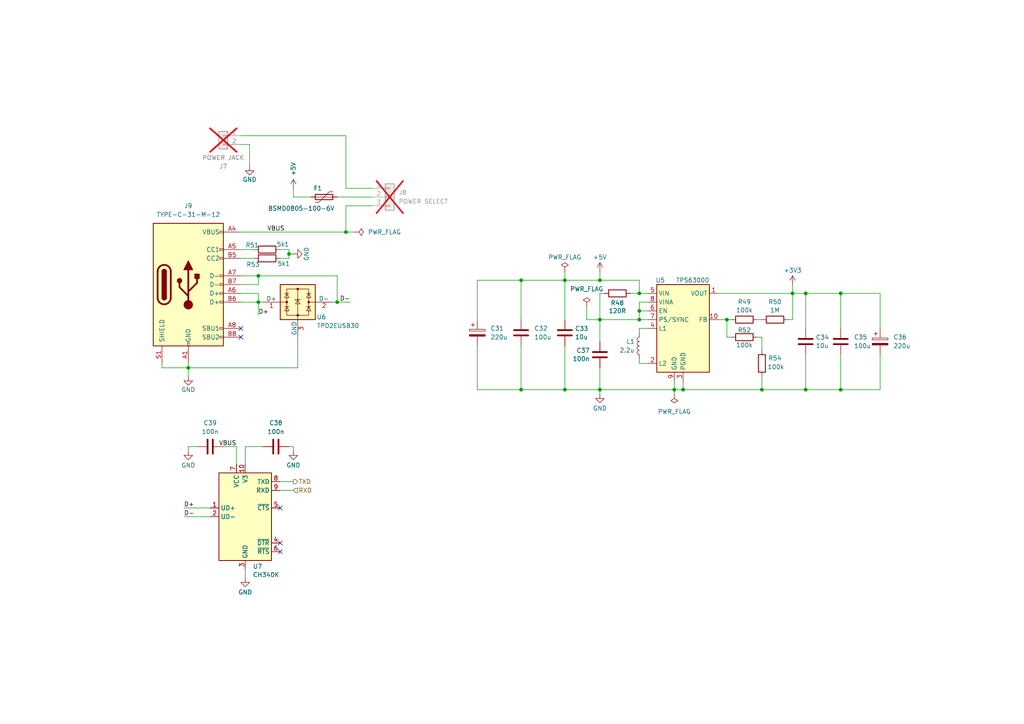
<source format=kicad_sch>
(kicad_sch (version 20250114) (generator "eeschema") (generator_version "9.0")
  (paper "A4")
  (title_block (title "NPR – Power") (date "2025-06-13") (rev "B") (company "µArt.cz") (comment 1 "Vlastimil Slinták (OK5VAS)"))
  (lib_symbols
    (symbol "Connector:USB_C_Receptacle_USB2.0_16P" (pin_names (offset 1.016))
      (property "Reference" "J" (at 0 22.225 0))
      (property "Value" "USB_C_Receptacle_USB2.0_16P" (at 0 19.685 0))
      (symbol "USB_C_Receptacle_USB2.0_16P_0_0"
        (rectangle (start -0.254 -17.78) (end 0.254 -16.764))
        (rectangle (start 10.16 15.494) (end 9.144 14.986))
        (rectangle (start 10.16 10.414) (end 9.144 9.906))
        (rectangle (start 10.16 7.874) (end 9.144 7.366))
        (rectangle (start 10.16 2.794) (end 9.144 2.286))
        (rectangle (start 10.16 0.254) (end 9.144 -0.254))
        (rectangle (start 10.16 -2.286) (end 9.144 -2.794))
        (rectangle (start 10.16 -4.826) (end 9.144 -5.334))
        (rectangle (start 10.16 -12.446) (end 9.144 -12.954))
        (rectangle (start 10.16 -14.986) (end 9.144 -15.494))
      )
      (symbol "USB_C_Receptacle_USB2.0_16P_0_1"
        (rectangle (start -10.16 17.78) (end 10.16 -17.78) (stroke (width 0.254)) (fill (type background)))
        (polyline (pts (xy -8.89 -3.81) (xy -8.89 3.81)) (stroke (width 0.508)))
        (rectangle (start -7.62 -3.81) (end -6.35 3.81) (stroke (width 0.254)) (fill (type outline)))
        (arc (start -7.62 3.81) (mid -6.985 4.4423) (end -6.35 3.81) (stroke (width 0.254)))
        (arc (start -7.62 3.81) (mid -6.985 4.4423) (end -6.35 3.81) (stroke (width 0.254)) (fill (type outline)))
        (arc (start -8.89 3.81) (mid -6.985 5.7067) (end -5.08 3.81) (stroke (width 0.508)))
        (arc (start -5.08 -3.81) (mid -6.985 -5.7067) (end -8.89 -3.81) (stroke (width 0.508)))
        (arc (start -6.35 -3.81) (mid -6.985 -4.4423) (end -7.62 -3.81) (stroke (width 0.254)))
        (arc (start -6.35 -3.81) (mid -6.985 -4.4423) (end -7.62 -3.81) (stroke (width 0.254)) (fill (type outline)))
        (polyline (pts (xy -5.08 3.81) (xy -5.08 -3.81)) (stroke (width 0.508)))
        (circle (center -2.54 1.143) (radius 0.635) (stroke (width 0.254)) (fill (type outline)))
        (polyline (pts (xy -1.27 4.318) (xy 0 6.858) (xy 1.27 4.318) (xy -1.27 4.318)) (stroke (width 0.254)) (fill (type outline)))
        (polyline (pts (xy 0 -2.032) (xy 2.54 0.508) (xy 2.54 1.778)) (stroke (width 0.508)))
        (polyline (pts (xy 0 -3.302) (xy -2.54 -0.762) (xy -2.54 0.508)) (stroke (width 0.508)))
        (polyline (pts (xy 0 -5.842) (xy 0 4.318)) (stroke (width 0.508)))
        (circle (center 0 -5.842) (radius 1.27) (fill (type outline)))
        (rectangle (start 1.905 1.778) (end 3.175 3.048) (stroke (width 0.254)) (fill (type outline)))
      )
      (symbol "USB_C_Receptacle_USB2.0_16P_1_1"
        (pin passive line (at -7.62 -22.86 90) (length 5.08) (name "SHIELD") (number "S1"))
        (pin passive line (at 0 -22.86 90) (length 5.08) (name "GND") (number "A1"))
        (pin passive line (at 0 -22.86 90) (length 5.08) (hide yes) (name "GND") (number "A12"))
        (pin passive line (at 0 -22.86 90) (length 5.08) (hide yes) (name "GND") (number "B1"))
        (pin passive line (at 0 -22.86 90) (length 5.08) (hide yes) (name "GND") (number "B12"))
        (pin passive line (at 15.24 15.24 180) (length 5.08) (name "VBUS") (number "A4"))
        (pin passive line (at 15.24 15.24 180) (length 5.08) (hide yes) (name "VBUS") (number "A9"))
        (pin passive line (at 15.24 15.24 180) (length 5.08) (hide yes) (name "VBUS") (number "B4"))
        (pin passive line (at 15.24 15.24 180) (length 5.08) (hide yes) (name "VBUS") (number "B9"))
        (pin bidirectional line (at 15.24 10.16 180) (length 5.08) (name "CC1") (number "A5"))
        (pin bidirectional line (at 15.24 7.62 180) (length 5.08) (name "CC2") (number "B5"))
        (pin bidirectional line (at 15.24 2.54 180) (length 5.08) (name "D-") (number "A7"))
        (pin bidirectional line (at 15.24 0 180) (length 5.08) (name "D-") (number "B7"))
        (pin bidirectional line (at 15.24 -2.54 180) (length 5.08) (name "D+") (number "A6"))
        (pin bidirectional line (at 15.24 -5.08 180) (length 5.08) (name "D+") (number "B6"))
        (pin bidirectional line (at 15.24 -12.7 180) (length 5.08) (name "SBU1") (number "A8"))
        (pin bidirectional line (at 15.24 -15.24 180) (length 5.08) (name "SBU2") (number "B8"))
      )
    )
    (symbol "Connector_Generic:Conn_01x02" (pin_names (offset 1.016) (hide yes))
      (property "Reference" "J" (at 0 2.54 0))
      (property "Value" "Conn_01x02" (at 0 -5.08 0))
      (symbol "Conn_01x02_1_1"
        (rectangle (start -1.27 1.27) (end 1.27 -3.81) (stroke (width 0.254)) (fill (type background)))
        (rectangle (start -1.27 0.127) (end 0 -0.127) (stroke (width 0.1524)))
        (rectangle (start -1.27 -2.413) (end 0 -2.667) (stroke (width 0.1524)))
        (pin passive line (at -5.08 0 0) (length 3.81) (name "Pin_1") (number "1"))
        (pin passive line (at -5.08 -2.54 0) (length 3.81) (name "Pin_2") (number "2"))
      )
    )
    (symbol "Connector_Generic:Conn_01x03" (pin_names (offset 1.016) (hide yes))
      (property "Reference" "J" (at 0 5.08 0))
      (property "Value" "Conn_01x03" (at 0 -5.08 0))
      (symbol "Conn_01x03_1_1"
        (rectangle (start -1.27 3.81) (end 1.27 -3.81) (stroke (width 0.254)) (fill (type background)))
        (rectangle (start -1.27 2.667) (end 0 2.413) (stroke (width 0.1524)))
        (rectangle (start -1.27 0.127) (end 0 -0.127) (stroke (width 0.1524)))
        (rectangle (start -1.27 -2.413) (end 0 -2.667) (stroke (width 0.1524)))
        (pin passive line (at -5.08 2.54 0) (length 3.81) (name "Pin_1") (number "1"))
        (pin passive line (at -5.08 0 0) (length 3.81) (name "Pin_2") (number "2"))
        (pin passive line (at -5.08 -2.54 0) (length 3.81) (name "Pin_3") (number "3"))
      )
    )
    (symbol "Device:C" (pin_numbers (hide yes)) (pin_names (offset 0.254))
      (property "Reference" "C" (at 0.635 2.54 0))
      (property "Value" "C" (at 0.635 -2.54 0))
      (symbol "C_0_1"
        (polyline (pts (xy -2.032 0.762) (xy 2.032 0.762)) (stroke (width 0.508)))
        (polyline (pts (xy -2.032 -0.762) (xy 2.032 -0.762)) (stroke (width 0.508)))
      )
      (symbol "C_1_1"
        (pin passive line (at 0 3.81 270) (length 2.794) (name "~") (number "1"))
        (pin passive line (at 0 -3.81 90) (length 2.794) (name "~") (number "2"))
      )
    )
    (symbol "Device:C_Polarized" (pin_numbers (hide yes)) (pin_names (offset 0.254))
      (property "Reference" "C" (at 0.635 2.54 0))
      (property "Value" "C_Polarized" (at 0.635 -2.54 0))
      (symbol "C_Polarized_0_1"
        (rectangle (start -2.286 0.508) (end 2.286 1.016))
        (polyline (pts (xy -1.778 2.286) (xy -0.762 2.286)))
        (polyline (pts (xy -1.27 2.794) (xy -1.27 1.778)))
        (rectangle (start 2.286 -0.508) (end -2.286 -1.016) (fill (type outline)))
      )
      (symbol "C_Polarized_1_1"
        (pin passive line (at 0 3.81 270) (length 2.794) (name "~") (number "1"))
        (pin passive line (at 0 -3.81 90) (length 2.794) (name "~") (number "2"))
      )
    )
    (symbol "Device:L" (pin_numbers (hide yes)) (pin_names (offset 1.016) (hide yes))
      (property "Reference" "L" (at -1.27 0 90))
      (property "Value" "L" (at 1.905 0 90))
      (symbol "L_0_1"
        (arc (start 0 2.54) (mid 0.6323 1.905) (end 0 1.27))
        (arc (start 0 1.27) (mid 0.6323 0.635) (end 0 0))
        (arc (start 0 0) (mid 0.6323 -0.635) (end 0 -1.27))
        (arc (start 0 -1.27) (mid 0.6323 -1.905) (end 0 -2.54))
      )
      (symbol "L_1_1"
        (pin passive line (at 0 3.81 270) (length 1.27) (name "1") (number "1"))
        (pin passive line (at 0 -3.81 90) (length 1.27) (name "2") (number "2"))
      )
    )
    (symbol "Device:Polyfuse" (pin_numbers (hide yes)) (pin_names (offset 0))
      (property "Reference" "F" (at -2.54 0 90))
      (property "Value" "Polyfuse" (at 2.54 0 90))
      (symbol "Polyfuse_0_1"
        (polyline (pts (xy -1.524 2.54) (xy -1.524 1.524) (xy 1.524 -1.524) (xy 1.524 -2.54)))
        (rectangle (start -0.762 2.54) (end 0.762 -2.54) (stroke (width 0.254)))
        (polyline (pts (xy 0 2.54) (xy 0 -2.54)))
      )
      (symbol "Polyfuse_1_1"
        (pin passive line (at 0 3.81 270) (length 1.27) (name "~") (number "1"))
        (pin passive line (at 0 -3.81 90) (length 1.27) (name "~") (number "2"))
      )
    )
    (symbol "Device:R" (pin_numbers (hide yes)) (pin_names (offset 0))
      (property "Reference" "R" (at 2.032 0 90))
      (property "Value" "R" (at 0 0 90))
      (symbol "R_0_1"
        (rectangle (start -1.016 -2.54) (end 1.016 2.54) (stroke (width 0.254)))
      )
      (symbol "R_1_1"
        (pin passive line (at 0 3.81 270) (length 1.27) (name "~") (number "1"))
        (pin passive line (at 0 -3.81 90) (length 1.27) (name "~") (number "2"))
      )
    )
    (symbol "Interface_USB:CH340K"
      (property "Reference" "U" (at -6.858 13.97 0))
      (property "Value" "CH340K" (at 1.27 13.97 0))
      (symbol "CH340K_0_1"
        (rectangle (start -7.62 12.7) (end 7.62 -12.7) (stroke (width 0.254)) (fill (type background)))
      )
      (symbol "CH340K_1_0"
        (pin passive line (at 0 -15.24 90) (length 2.54) (hide yes) (name "GND") (number "11"))
      )
      (symbol "CH340K_1_1"
        (pin bidirectional line (at -10.16 2.54 0) (length 2.54) (name "UD+") (number "1"))
        (pin bidirectional line (at -10.16 0 0) (length 2.54) (name "UD-") (number "2"))
        (pin power_in line (at -2.54 15.24 270) (length 2.54) (name "VCC") (number "7"))
        (pin passive line (at 0 15.24 270) (length 2.54) (name "V3") (number "10"))
        (pin power_in line (at 0 -15.24 90) (length 2.54) (name "GND") (number "3"))
        (pin output line (at 10.16 10.16 180) (length 2.54) (name "TXD") (number "8"))
        (pin input line (at 10.16 7.62 180) (length 2.54) (name "RXD") (number "9"))
        (pin input line (at 10.16 2.54 180) (length 2.54) (name "~{CTS}") (number "5"))
        (pin output line (at 10.16 -7.62 180) (length 2.54) (name "~{DTR}") (number "4"))
        (pin output line (at 10.16 -10.16 180) (length 2.54) (name "~{RTS}") (number "6"))
      )
    )
    (symbol "Power_Protection:TPD2EUSB30" (pin_names (offset 0))
      (property "Reference" "U" (at 0 6.35 0))
      (property "Value" "TPD2EUSB30" (at 7.62 -7.62 0))
      (symbol "TPD2EUSB30_0_1"
        (rectangle (start -5.08 5.08) (end 5.08 -5.08) (stroke (width 0.254)) (fill (type background)))
        (polyline (pts (xy -5.08 0) (xy -3.175 0)))
        (polyline (pts (xy -3.81 2.54) (xy -2.54 2.54)))
        (polyline (pts (xy -3.81 -1.27) (xy -2.54 -1.27)))
        (rectangle (start -3.175 3.81) (end 3.175 -3.81))
        (circle (center -3.175 0) (radius 0.2794) (fill (type outline)))
        (polyline (pts (xy -2.54 1.27) (xy -3.81 1.27) (xy -3.175 2.54) (xy -2.54 1.27)))
        (polyline (pts (xy -2.54 -2.54) (xy -3.81 -2.54) (xy -3.175 -1.27) (xy -2.54 -2.54)))
        (circle (center 0 3.81) (radius 0.2794) (fill (type outline)))
        (polyline (pts (xy 0 3.81) (xy 0 -5.08)))
        (circle (center 0 -3.81) (radius 0.2794) (fill (type outline)))
        (polyline (pts (xy 0.635 -0.508) (xy -0.635 -0.508) (xy 0 0.762) (xy 0.635 -0.508)))
        (polyline (pts (xy 0.762 0.762) (xy -0.762 0.762) (xy -0.762 0.508)))
        (polyline (pts (xy 2.54 2.54) (xy 3.81 2.54)))
        (polyline (pts (xy 2.54 -1.27) (xy 3.81 -1.27)))
        (circle (center 3.175 0) (radius 0.2794) (fill (type outline)))
        (polyline (pts (xy 3.81 1.27) (xy 2.54 1.27) (xy 3.175 2.54) (xy 3.81 1.27)))
        (polyline (pts (xy 3.81 -2.54) (xy 2.54 -2.54) (xy 3.175 -1.27) (xy 3.81 -2.54)))
        (polyline (pts (xy 5.08 0) (xy 3.175 0)))
      )
      (symbol "TPD2EUSB30_1_1"
        (pin passive line (at -10.16 0 0) (length 5.08) (name "D+") (number "1"))
        (pin passive line (at 0 -10.16 90) (length 5.08) (name "GND") (number "3"))
        (pin passive line (at 10.16 0 180) (length 5.08) (name "D-") (number "2"))
      )
    )
    (symbol "Regulator_Switching:TPS63000"
      (property "Reference" "U" (at -7.62 13.97 0))
      (property "Value" "TPS63000" (at 5.08 13.97 0))
      (symbol "TPS63000_0_1"
        (rectangle (start -7.62 12.7) (end 7.62 -12.7) (stroke (width 0.254)) (fill (type background)))
      )
      (symbol "TPS63000_1_1"
        (pin power_in line (at -10.16 10.16 0) (length 2.54) (name "VIN") (number "5"))
        (pin power_in line (at -10.16 7.62 0) (length 2.54) (name "VINA") (number "8"))
        (pin input line (at -10.16 5.08 0) (length 2.54) (name "EN") (number "6"))
        (pin input line (at -10.16 2.54 0) (length 2.54) (name "PS/SYNC") (number "7"))
        (pin input line (at -10.16 0 0) (length 2.54) (name "L1") (number "4"))
        (pin input line (at -10.16 -10.16 0) (length 2.54) (name "L2") (number "2"))
        (pin power_in line (at -2.54 -15.24 90) (length 2.54) (name "GND") (number "9"))
        (pin passive line (at 0 -15.24 90) (length 2.54) (hide yes) (name "PGND") (number "11"))
        (pin power_in line (at 0 -15.24 90) (length 2.54) (name "PGND") (number "3"))
        (pin power_out line (at 10.16 10.16 180) (length 2.54) (name "VOUT") (number "1"))
        (pin input line (at 10.16 2.54 180) (length 2.54) (name "FB") (number "10"))
      )
    )
    (symbol "power:+3V3" (power) (pin_numbers (hide yes)) (pin_names (offset 0) (hide yes))
      (property "Value" "+3V3" (at 0 3.556 0))
      (symbol "+3V3_0_1"
        (polyline (pts (xy -0.762 1.27) (xy 0 2.54)))
        (polyline (pts (xy 0 2.54) (xy 0.762 1.27)))
        (polyline (pts (xy 0 0) (xy 0 2.54)))
      )
      (symbol "+3V3_1_1"
        (pin power_in line (at 0 0 90) (length 0) (name "~") (number "1"))
      )
    )
    (symbol "power:+5V" (power) (pin_numbers (hide yes)) (pin_names (offset 0) (hide yes))
      (property "Value" "+5V" (at 0 3.556 0))
      (symbol "+5V_0_1"
        (polyline (pts (xy -0.762 1.27) (xy 0 2.54)))
        (polyline (pts (xy 0 2.54) (xy 0.762 1.27)))
        (polyline (pts (xy 0 0) (xy 0 2.54)))
      )
      (symbol "+5V_1_1"
        (pin power_in line (at 0 0 90) (length 0) (name "~") (number "1"))
      )
    )
    (symbol "power:GND" (power) (pin_numbers (hide yes)) (pin_names (offset 0) (hide yes))
      (property "Value" "GND" (at 0 -3.81 0))
      (symbol "GND_0_1"
        (polyline (pts (xy 0 0) (xy 0 -1.27) (xy 1.27 -1.27) (xy 0 -2.54) (xy -1.27 -1.27) (xy 0 -1.27)))
      )
      (symbol "GND_1_1"
        (pin power_in line (at 0 0 270) (length 0) (name "~") (number "1"))
      )
    )
    (symbol "power:PWR_FLAG" (power) (pin_numbers (hide yes)) (pin_names (offset 0) (hide yes))
      (property "Value" "PWR_FLAG" (at 0 3.81 0))
      (symbol "PWR_FLAG_0_0"
        (pin power_out line (at 0 0 90) (length 0) (name "~") (number "1"))
      )
      (symbol "PWR_FLAG_0_1"
        (polyline (pts (xy 0 0) (xy 0 1.27) (xy -1.016 1.905) (xy 0 2.54) (xy 1.016 1.905) (xy 0 1.27)))
      )
    )
  )
  (junction (at 185.42 85.09))
  (junction (at 198.12 113.03))
  (junction (at 229.87 85.09))
  (junction (at 233.68 85.09))
  (junction (at 220.98 113.03))
  (junction (at 173.99 81.28))
  (junction (at 151.13 113.03))
  (junction (at 233.68 113.03))
  (junction (at 74.93 87.63))
  (junction (at 97.79 87.63))
  (junction (at 185.42 92.71))
  (junction (at 163.83 113.03))
  (junction (at 173.99 113.03))
  (junction (at 243.84 113.03))
  (junction (at 173.99 92.71))
  (junction (at 74.93 80.01))
  (junction (at 83.82 73.66))
  (junction (at 195.58 113.03))
  (junction (at 163.83 81.28))
  (junction (at 151.13 81.28))
  (junction (at 54.61 106.68))
  (junction (at 210.82 92.71))
  (junction (at 100.33 67.31))
  (junction (at 185.42 90.17))
  (junction (at 243.84 85.09))
  (no_connect (at 69.85 97.79))
  (no_connect (at 81.28 160.02))
  (no_connect (at 81.28 147.32))
  (no_connect (at 81.28 157.48))
  (no_connect (at 69.85 95.25))
  (wire (pts (xy 208.28 85.09) (xy 229.87 85.09)))
  (wire (pts (xy 173.99 92.71) (xy 173.99 99.06)))
  (wire (pts (xy 76.2 129.54) (xy 71.12 129.54)))
  (wire (pts (xy 185.42 85.09) (xy 187.96 85.09)))
  (wire (pts (xy 74.93 82.55) (xy 69.85 82.55)))
  (wire (pts (xy 182.88 85.09) (xy 185.42 85.09)))
  (wire (pts (xy 71.12 129.54) (xy 71.12 134.62)))
  (wire (pts (xy 69.85 74.93) (xy 73.66 74.93)))
  (wire (pts (xy 195.58 110.49) (xy 195.58 113.03)))
  (wire (pts (xy 173.99 113.03) (xy 173.99 114.3)))
  (wire (pts (xy 68.58 129.54) (xy 68.58 134.62)))
  (wire (pts (xy 187.96 87.63) (xy 185.42 87.63)))
  (wire (pts (xy 69.85 41.91) (xy 72.39 41.91)))
  (wire (pts (xy 185.42 81.28) (xy 185.42 85.09)))
  (wire (pts (xy 81.28 139.7) (xy 85.09 139.7)))
  (wire (pts (xy 243.84 102.87) (xy 243.84 113.03)))
  (wire (pts (xy 243.84 85.09) (xy 255.27 85.09)))
  (wire (pts (xy 83.82 129.54) (xy 85.09 129.54)))
  (wire (pts (xy 220.98 109.22) (xy 220.98 113.03)))
  (wire (pts (xy 83.82 74.93) (xy 83.82 73.66)))
  (wire (pts (xy 72.39 41.91) (xy 72.39 48.26)))
  (wire (pts (xy 233.68 85.09) (xy 233.68 95.25)))
  (wire (pts (xy 54.61 106.68) (xy 54.61 105.41)))
  (wire (pts (xy 233.68 113.03) (xy 243.84 113.03)))
  (wire (pts (xy 173.99 85.09) (xy 173.99 92.71)))
  (wire (pts (xy 74.93 80.01) (xy 74.93 82.55)))
  (wire (pts (xy 173.99 78.74) (xy 173.99 81.28)))
  (wire (pts (xy 185.42 90.17) (xy 187.96 90.17)))
  (wire (pts (xy 173.99 106.68) (xy 173.99 113.03)))
  (wire (pts (xy 138.43 113.03) (xy 151.13 113.03)))
  (wire (pts (xy 138.43 81.28) (xy 151.13 81.28)))
  (wire (pts (xy 97.79 87.63) (xy 101.6 87.63)))
  (wire (pts (xy 100.33 54.61) (xy 107.95 54.61)))
  (wire (pts (xy 219.71 97.79) (xy 220.98 97.79)))
  (wire (pts (xy 85.09 57.15) (xy 90.17 57.15)))
  (wire (pts (xy 185.42 92.71) (xy 187.96 92.71)))
  (wire (pts (xy 97.79 80.01) (xy 97.79 87.63)))
  (wire (pts (xy 69.85 67.31) (xy 100.33 67.31)))
  (wire (pts (xy 173.99 113.03) (xy 163.83 113.03)))
  (wire (pts (xy 53.34 147.32) (xy 60.96 147.32)))
  (wire (pts (xy 173.99 92.71) (xy 185.42 92.71)))
  (wire (pts (xy 229.87 82.55) (xy 229.87 85.09)))
  (wire (pts (xy 100.33 67.31) (xy 102.87 67.31)))
  (wire (pts (xy 46.99 105.41) (xy 46.99 106.68)))
  (wire (pts (xy 229.87 85.09) (xy 229.87 92.71)))
  (wire (pts (xy 195.58 113.03) (xy 195.58 114.3)))
  (wire (pts (xy 228.6 92.71) (xy 229.87 92.71)))
  (wire (pts (xy 210.82 92.71) (xy 212.09 92.71)))
  (wire (pts (xy 54.61 129.54) (xy 54.61 130.81)))
  (wire (pts (xy 210.82 92.71) (xy 210.82 97.79)))
  (wire (pts (xy 100.33 59.69) (xy 100.33 67.31)))
  (wire (pts (xy 243.84 113.03) (xy 255.27 113.03)))
  (wire (pts (xy 83.82 72.39) (xy 83.82 73.66)))
  (wire (pts (xy 138.43 100.33) (xy 138.43 113.03)))
  (wire (pts (xy 195.58 113.03) (xy 173.99 113.03)))
  (wire (pts (xy 220.98 113.03) (xy 233.68 113.03)))
  (wire (pts (xy 185.42 90.17) (xy 185.42 92.71)))
  (wire (pts (xy 255.27 102.87) (xy 255.27 113.03)))
  (wire (pts (xy 151.13 113.03) (xy 163.83 113.03)))
  (wire (pts (xy 151.13 81.28) (xy 163.83 81.28)))
  (wire (pts (xy 57.15 129.54) (xy 54.61 129.54)))
  (wire (pts (xy 187.96 95.25) (xy 185.42 95.25)))
  (wire (pts (xy 163.83 81.28) (xy 173.99 81.28)))
  (wire (pts (xy 54.61 106.68) (xy 86.36 106.68)))
  (wire (pts (xy 69.85 85.09) (xy 74.93 85.09)))
  (wire (pts (xy 81.28 142.24) (xy 85.09 142.24)))
  (wire (pts (xy 85.09 129.54) (xy 85.09 130.81)))
  (wire (pts (xy 86.36 106.68) (xy 86.36 97.79)))
  (wire (pts (xy 97.79 57.15) (xy 107.95 57.15)))
  (wire (pts (xy 97.79 87.63) (xy 96.52 87.63)))
  (wire (pts (xy 69.85 80.01) (xy 74.93 80.01)))
  (wire (pts (xy 185.42 105.41) (xy 185.42 104.14)))
  (wire (pts (xy 208.28 92.71) (xy 210.82 92.71)))
  (wire (pts (xy 198.12 110.49) (xy 198.12 113.03)))
  (wire (pts (xy 81.28 72.39) (xy 83.82 72.39)))
  (wire (pts (xy 74.93 85.09) (xy 74.93 87.63)))
  (wire (pts (xy 185.42 87.63) (xy 185.42 90.17)))
  (wire (pts (xy 83.82 73.66) (xy 85.09 73.66)))
  (wire (pts (xy 233.68 85.09) (xy 243.84 85.09)))
  (wire (pts (xy 81.28 74.93) (xy 83.82 74.93)))
  (wire (pts (xy 233.68 102.87) (xy 233.68 113.03)))
  (wire (pts (xy 100.33 39.37) (xy 100.33 54.61)))
  (wire (pts (xy 220.98 97.79) (xy 220.98 101.6)))
  (wire (pts (xy 173.99 81.28) (xy 185.42 81.28)))
  (wire (pts (xy 74.93 80.01) (xy 97.79 80.01)))
  (wire (pts (xy 46.99 106.68) (xy 54.61 106.68)))
  (wire (pts (xy 170.18 88.9) (xy 170.18 92.71)))
  (wire (pts (xy 198.12 113.03) (xy 220.98 113.03)))
  (wire (pts (xy 151.13 92.71) (xy 151.13 81.28)))
  (wire (pts (xy 71.12 165.1) (xy 71.12 167.64)))
  (wire (pts (xy 74.93 87.63) (xy 76.2 87.63)))
  (wire (pts (xy 54.61 106.68) (xy 54.61 109.22)))
  (wire (pts (xy 185.42 95.25) (xy 185.42 96.52)))
  (wire (pts (xy 69.85 72.39) (xy 73.66 72.39)))
  (wire (pts (xy 163.83 81.28) (xy 163.83 92.71)))
  (wire (pts (xy 187.96 105.41) (xy 185.42 105.41)))
  (wire (pts (xy 53.34 149.86) (xy 60.96 149.86)))
  (wire (pts (xy 212.09 97.79) (xy 210.82 97.79)))
  (wire (pts (xy 163.83 100.33) (xy 163.83 113.03)))
  (wire (pts (xy 219.71 92.71) (xy 220.98 92.71)))
  (wire (pts (xy 170.18 92.71) (xy 173.99 92.71)))
  (wire (pts (xy 64.77 129.54) (xy 68.58 129.54)))
  (wire (pts (xy 255.27 85.09) (xy 255.27 95.25)))
  (wire (pts (xy 243.84 85.09) (xy 243.84 95.25)))
  (wire (pts (xy 151.13 100.33) (xy 151.13 113.03)))
  (wire (pts (xy 198.12 113.03) (xy 195.58 113.03)))
  (wire (pts (xy 85.09 54.61) (xy 85.09 57.15)))
  (wire (pts (xy 74.93 87.63) (xy 74.93 91.44)))
  (wire (pts (xy 69.85 39.37) (xy 100.33 39.37)))
  (wire (pts (xy 173.99 85.09) (xy 175.26 85.09)))
  (wire (pts (xy 229.87 85.09) (xy 233.68 85.09)))
  (wire (pts (xy 163.83 78.74) (xy 163.83 81.28)))
  (wire (pts (xy 100.33 59.69) (xy 107.95 59.69)))
  (wire (pts (xy 74.93 87.63) (xy 69.85 87.63)))
  (wire (pts (xy 138.43 81.28) (xy 138.43 92.71)))
  (label "D+" (at 53.34 147.32 0))
  (label "VBUS" (at 77.47 67.31 0))
  (label "VBUS" (at 68.58 129.54 180))
  (label "D-" (at 53.34 149.86 0))
  (label "D-" (at 101.6 87.63 180))
  (label "D+" (at 74.93 91.44 0))
  (hierarchical_label "RXD" (shape input) (at 85.09 142.24 0))
  (hierarchical_label "TXD" (shape output) (at 85.09 139.7 0))
  (symbol (lib_id "power:GND") (at 85.09 130.81 0) (unit 1)
    (property "Reference" "#PWR046" (effects (hide yes)))
    (property "Value" "GND" (at 85.09 134.9431 0))
    (property "Description" "Power symbol creates a global label with name \"GND\" , ground" (effects (hide yes)))
  )
  (symbol (lib_id "Device:C") (at 173.99 102.87 0) (mirror y) (unit 1)
    (property "Reference" "C37" (at 171.069 101.6578 0) (effects (justify left)))
    (property "Value" "100n" (at 171.069 104.0821 0) (effects (justify left)))
    (property "Footprint" "Capacitor_SMD:C_0402_1005Metric" (effects (hide yes)))
    (property "Description" "Unpolarized capacitor" (effects (hide yes)))
    (property "LCSC" "C1525" (effects (hide yes)))
  )
  (symbol (lib_id "Device:C") (at 60.96 129.54 90) (unit 1)
    (property "Reference" "C39" (at 60.96 122.682 90))
    (property "Value" "100n" (at 60.96 125.222 90))
    (property "Footprint" "Capacitor_SMD:C_0402_1005Metric" (effects (hide yes)))
    (property "Description" "Unpolarized capacitor" (effects (hide yes)))
    (property "LCSC" "C1525" (effects (hide yes)))
  )
  (symbol (lib_id "power:PWR_FLAG") (at 163.83 78.74 0) (unit 1)
    (property "Reference" "#FLG06" (effects (hide yes)))
    (property "Value" "PWR_FLAG" (at 163.83 74.6069 0))
    (property "Description" "Special symbol for telling ERC where power comes from" (effects (hide yes)))
  )
  (symbol (lib_id "Device:C_Polarized") (at 255.27 99.06 0) (unit 1)
    (property "Reference" "C36" (at 259.08 97.7899 0) (effects (justify left)))
    (property "Value" "220u" (at 259.08 100.3299 0) (effects (justify left)))
    (property "Footprint" "Capacitor_SMD:CP_Elec_6.3x5.4" (effects (hide yes)))
    (property "Description" "Polarized capacitor" (effects (hide yes)))
    (property "LCSC" "C2833309" (effects (hide yes)))
  )
  (symbol (lib_id "Device:R") (at 179.07 85.09 90) (unit 1)
    (property "Reference" "R48" (at 179.07 87.884 90))
    (property "Value" "120R" (at 179.07 90.17 90))
    (property "Footprint" "Resistor_SMD:R_0402_1005Metric" (effects (hide yes)))
    (property "Description" "Resistor" (effects (hide yes)))
    (property "LCSC" "C25079" (effects (hide yes)))
  )
  (symbol (lib_id "power:+5V") (at 85.09 54.61 0) (unit 1)
    (property "Reference" "#PWR037" (effects (hide yes)))
    (property "Value" "+5V" (at 85.09 49.022 90))
    (property "Description" "Power symbol creates a global label with name \"+5V\"" (effects (hide yes)))
  )
  (symbol (lib_id "Device:L") (at 185.42 100.33 180) (unit 1)
    (property "Reference" "L1" (at 182.88 99.06 0))
    (property "Value" "2.2u" (at 181.864 101.6 0))
    (property "Footprint" "Inductor_SMD:L_Taiyo-Yuden_MD-3030" (effects (hide yes)))
    (property "Description" "Inductor" (effects (hide yes)))
    (property "LCSC" "C5159665" (effects (hide yes)))
  )
  (symbol (lib_id "Device:C") (at 243.84 99.06 0) (unit 1)
    (property "Reference" "C35" (at 247.65 97.7899 0) (effects (justify left)))
    (property "Value" "100u" (at 247.65 100.3299 0) (effects (justify left)))
    (property "Footprint" "Capacitor_SMD:C_1206_3216Metric" (effects (hide yes)))
    (property "Description" "Unpolarized capacitor" (effects (hide yes)))
    (property "LCSC" "C15008" (effects (hide yes)))
  )
  (symbol (lib_id "Power_Protection:TPD2EUSB30") (at 86.36 87.63 0) (unit 1)
    (property "Reference" "U6" (at 93.218 91.948 0))
    (property "Value" "TPD2EUSB30" (at 98.044 94.488 0))
    (property "Footprint" "Package_TO_SOT_SMD:Texas_DRT-3" (effects (hide yes)))
    (property "Datasheet" "http://www.ti.com/lit/ds/symlink/tpd2eusb30a.pdf" (effects (hide yes)))
    (property "Description" "2-Channel ESD Protection for Super-Speed USB 3.0 Interface, DRT-3" (effects (hide yes)))
    (property "LCSC" "C97502" (effects (hide yes)))
  )
  (symbol (lib_id "Connector_Generic:Conn_01x03") (at 113.03 57.15 0) (unit 1) (in_bom no) (dnp yes)
    (property "Reference" "J8" (at 115.57 55.8799 0) (effects (justify left)))
    (property "Value" "POWER SELECT" (at 115.57 58.4199 0) (effects (justify left)))
    (property "Footprint" "Connector_PinHeader_2.54mm:PinHeader_1x03_P2.54mm_Vertical" (effects (hide yes)))
    (property "Description" "Generic connector, single row, 01x03, script generated (kicad-library-utils/schlib/autogen/connector/)" (effects (hide yes)))
  )
  (symbol (lib_id "power:GND") (at 85.09 73.66 90) (unit 1)
    (property "Reference" "#PWR040" (effects (hide yes)))
    (property "Value" "GND" (at 88.9 73.66 0))
    (property "Description" "Power symbol creates a global label with name \"GND\" , ground" (effects (hide yes)))
  )
  (symbol (lib_id "Device:C") (at 163.83 96.52 0) (unit 1)
    (property "Reference" "C33" (at 166.751 95.3078 0) (effects (justify left)))
    (property "Value" "10u" (at 166.751 97.7321 0) (effects (justify left)))
    (property "Footprint" "Capacitor_SMD:C_0603_1608Metric" (effects (hide yes)))
    (property "Description" "Unpolarized capacitor" (effects (hide yes)))
    (property "LCSC" "C19702" (effects (hide yes)))
  )
  (symbol (lib_id "Interface_USB:CH340K") (at 71.12 149.86 0) (unit 1)
    (property "Reference" "U7" (at 73.3141 164.2801 0) (effects (justify left)))
    (property "Value" "CH340K" (at 73.3141 166.7044 0) (effects (justify left)))
    (property "Footprint" "Package_SO:SSOP-10-1EP_3.9x4.9mm_P1mm_EP2.1x3.3mm" (effects (hide yes)))
    (property "Datasheet" "https://cdn.sparkfun.com/assets/5/0/a/8/5/CH340DS1.PDF" (effects (hide yes)))
    (property "Description" "USB serial converter, UART, SSOP-10" (effects (hide yes)))
    (property "LCSC" "C18208922" (effects (hide yes)))
  )
  (symbol (lib_id "power:+3V3") (at 229.87 82.55 0) (unit 1)
    (property "Reference" "#PWR039" (effects (hide yes)))
    (property "Value" "+3V3" (at 229.87 78.4169 0))
    (property "Description" "Power symbol creates a global label with name \"+3V3\"" (effects (hide yes)))
  )
  (symbol (lib_id "Regulator_Switching:TPS63000") (at 198.12 95.25 0) (unit 1)
    (property "Reference" "U5" (at 191.516 81.28 0))
    (property "Value" "TPS63000" (at 200.914 81.28 0))
    (property "Footprint" "Package_SON:Texas_DRC0010J_ThermalVias" (effects (hide yes)))
    (property "Datasheet" "http://www.ti.com/lit/ds/symlink/tps63000.pdf" (effects (hide yes)))
    (property "Description" "Buck-Boost Converter, 1.8-5.5V Input Voltage, 1.8A Switch Current, Adjustable 1.2-5.5V Output Voltage, VSON-10" (effects (hide yes)))
    (property "LCSC" "C24966" (effects (hide yes)))
  )
  (symbol (lib_id "Device:R") (at 215.9 92.71 90) (unit 1)
    (property "Reference" "R49" (at 215.9 87.5495 90))
    (property "Value" "100k" (at 215.9 89.9738 90))
    (property "Footprint" "Resistor_SMD:R_0402_1005Metric" (effects (hide yes)))
    (property "Description" "Resistor" (effects (hide yes)))
    (property "LCSC" "C25741" (effects (hide yes)))
  )
  (symbol (lib_id "Device:R") (at 215.9 97.79 270) (mirror x) (unit 1)
    (property "Reference" "R52" (at 215.9 95.758 90))
    (property "Value" "100k" (at 215.9 100.076 90))
    (property "Footprint" "Resistor_SMD:R_0402_1005Metric" (effects (hide yes)))
    (property "Description" "Resistor" (effects (hide yes)))
    (property "LCSC" "C25741" (effects (hide yes)))
  )
  (symbol (lib_id "Device:C") (at 151.13 96.52 0) (unit 1)
    (property "Reference" "C32" (at 154.94 95.2499 0) (effects (justify left)))
    (property "Value" "100u" (at 154.94 97.7899 0) (effects (justify left)))
    (property "Footprint" "Capacitor_SMD:C_1206_3216Metric" (effects (hide yes)))
    (property "Description" "Unpolarized capacitor" (effects (hide yes)))
    (property "LCSC" "C15008" (effects (hide yes)))
  )
  (symbol (lib_id "Device:C") (at 80.01 129.54 90) (unit 1)
    (property "Reference" "C38" (at 80.01 122.682 90))
    (property "Value" "100n" (at 80.01 125.222 90))
    (property "Footprint" "Capacitor_SMD:C_0402_1005Metric" (effects (hide yes)))
    (property "Description" "Unpolarized capacitor" (effects (hide yes)))
    (property "LCSC" "C1525" (effects (hide yes)))
  )
  (symbol (lib_id "Device:C") (at 233.68 99.06 0) (unit 1)
    (property "Reference" "C34" (at 236.601 97.8478 0) (effects (justify left)))
    (property "Value" "10u" (at 236.601 100.2721 0) (effects (justify left)))
    (property "Footprint" "Capacitor_SMD:C_0603_1608Metric" (effects (hide yes)))
    (property "Description" "Unpolarized capacitor" (effects (hide yes)))
    (property "LCSC" "C19702" (effects (hide yes)))
  )
  (symbol (lib_id "Device:R") (at 220.98 105.41 0) (mirror y) (unit 1)
    (property "Reference" "R54" (at 224.79 103.886 0))
    (property "Value" "100k" (at 225.044 106.426 0))
    (property "Footprint" "Resistor_SMD:R_0402_1005Metric" (effects (hide yes)))
    (property "Description" "Resistor" (effects (hide yes)))
    (property "LCSC" "C25741" (effects (hide yes)))
  )
  (symbol (lib_id "power:PWR_FLAG") (at 102.87 67.31 270) (unit 1)
    (property "Reference" "#FLG09" (effects (hide yes)))
    (property "Value" "PWR_FLAG" (at 106.68 67.3099 90) (effects (justify left)))
    (property "Description" "Special symbol for telling ERC where power comes from" (effects (hide yes)))
  )
  (symbol (lib_id "Connector:USB_C_Receptacle_USB2.0_16P") (at 54.61 82.55 0) (unit 1)
    (property "Reference" "J9" (at 54.61 59.69 0))
    (property "Value" "TYPE-C-31-M-12" (at 54.61 62.23 0))
    (property "Footprint" "Connector_USB:USB_C_Receptacle_HRO_TYPE-C-31-M-12" (effects (hide yes)))
    (property "Datasheet" "https://www.usb.org/sites/default/files/documents/usb_type-c.zip" (effects (hide yes)))
    (property "Description" "USB 2.0-only 16P Type-C Receptacle connector" (effects (hide yes)))
    (property "LCSC" "C165948" (effects (hide yes)))
  )
  (symbol (lib_id "power:GND") (at 72.39 48.26 0) (unit 1)
    (property "Reference" "#PWR036" (effects (hide yes)))
    (property "Value" "GND" (at 72.39 52.07 0))
    (property "Description" "Power symbol creates a global label with name \"GND\" , ground" (effects (hide yes)))
  )
  (symbol (lib_id "power:GND") (at 54.61 130.81 0) (unit 1)
    (property "Reference" "#PWR045" (effects (hide yes)))
    (property "Value" "GND" (at 54.61 134.9431 0))
    (property "Description" "Power symbol creates a global label with name \"GND\" , ground" (effects (hide yes)))
  )
  (symbol (lib_id "power:PWR_FLAG") (at 170.18 88.9 0) (unit 1)
    (property "Reference" "#FLG07" (effects (hide yes)))
    (property "Value" "PWR_FLAG" (at 170.18 83.82 0))
    (property "Description" "Special symbol for telling ERC where power comes from" (effects (hide yes)))
  )
  (symbol (lib_id "Device:R") (at 77.47 74.93 90) (mirror x) (unit 1)
    (property "Reference" "R53" (at 73.406 76.708 90))
    (property "Value" "5k1" (at 82.296 76.454 90))
    (property "Footprint" "Resistor_SMD:R_0402_1005Metric" (effects (hide yes)))
    (property "Description" "Resistor" (effects (hide yes)))
    (property "LCSC" "C25905" (effects (hide yes)))
  )
  (symbol (lib_id "power:GND") (at 54.61 109.22 0) (unit 1)
    (property "Reference" "#PWR042" (effects (hide yes)))
    (property "Value" "GND" (at 54.61 113.03 0))
    (property "Description" "Power symbol creates a global label with name \"GND\" , ground" (effects (hide yes)))
  )
  (symbol (lib_id "Device:C_Polarized") (at 138.43 96.52 0) (unit 1)
    (property "Reference" "C31" (at 142.24 95.2499 0) (effects (justify left)))
    (property "Value" "220u" (at 142.24 97.7899 0) (effects (justify left)))
    (property "Footprint" "Capacitor_SMD:CP_Elec_6.3x5.4" (effects (hide yes)))
    (property "Description" "Polarized capacitor" (effects (hide yes)))
    (property "LCSC" "C2833309" (effects (hide yes)))
  )
  (symbol (lib_id "power:+5V") (at 173.99 78.74 0) (unit 1)
    (property "Reference" "#PWR038" (effects (hide yes)))
    (property "Value" "+5V" (at 173.99 74.6069 0))
    (property "Description" "Power symbol creates a global label with name \"+5V\"" (effects (hide yes)))
  )
  (symbol (lib_id "power:GND") (at 173.99 114.3 0) (unit 1)
    (property "Reference" "#PWR041" (effects (hide yes)))
    (property "Value" "GND" (at 173.99 118.4331 0))
    (property "Description" "Power symbol creates a global label with name \"GND\" , ground" (effects (hide yes)))
  )
  (symbol (lib_id "power:GND") (at 71.12 167.64 0) (unit 1)
    (property "Reference" "#PWR044" (effects (hide yes)))
    (property "Value" "GND" (at 71.12 171.7731 0))
    (property "Description" "Power symbol creates a global label with name \"GND\" , ground" (effects (hide yes)))
  )
  (symbol (lib_id "Device:R") (at 77.47 72.39 90) (unit 1)
    (property "Reference" "R51" (at 73.152 71.12 90))
    (property "Value" "5k1" (at 82.042 70.866 90))
    (property "Footprint" "Resistor_SMD:R_0402_1005Metric" (effects (hide yes)))
    (property "Description" "Resistor" (effects (hide yes)))
    (property "LCSC" "C25905" (effects (hide yes)))
  )
  (symbol (lib_id "power:PWR_FLAG") (at 195.58 114.3 180) (unit 1)
    (property "Reference" "#FLG08" (effects (hide yes)))
    (property "Value" "PWR_FLAG" (at 195.58 119.38 0))
    (property "Description" "Special symbol for telling ERC where power comes from" (effects (hide yes)))
  )
  (symbol (lib_id "Device:R") (at 224.79 92.71 270) (unit 1)
    (property "Reference" "R50" (at 224.79 87.5495 90))
    (property "Value" "1M" (at 224.79 89.9738 90))
    (property "Footprint" "Resistor_SMD:R_0402_1005Metric" (effects (hide yes)))
    (property "Description" "Resistor" (effects (hide yes)))
    (property "LCSC" "C26083" (effects (hide yes)))
  )
  (symbol (lib_id "Device:Polyfuse") (at 93.98 57.15 90) (unit 1)
    (property "Reference" "F1" (at 92.202 54.61 90))
    (property "Value" "BSMD0805-100-6V" (at 87.376 60.452 90))
    (property "Footprint" "Fuse:Fuse_0805_2012Metric" (effects (hide yes)))
    (property "Description" "Resettable fuse, polymeric positive temperature coefficient" (effects (hide yes)))
    (property "LCSC" "C883112" (effects (hide yes)))
  )
  (symbol (lib_id "Connector_Generic:Conn_01x02") (at 64.77 39.37 0) (mirror y) (unit 1) (in_bom no) (dnp yes)
    (property "Reference" "J7" (at 64.77 48.26 0))
    (property "Value" "POWER JACK" (at 64.77 45.72 0))
    (property "Footprint" "Connector_PinHeader_2.54mm:PinHeader_1x02_P2.54mm_Vertical" (effects (hide yes)))
    (property "Description" "Generic connector, single row, 01x02, script generated (kicad-library-utils/schlib/autogen/connector/)" (effects (hide yes)))
  )
)
</source>
